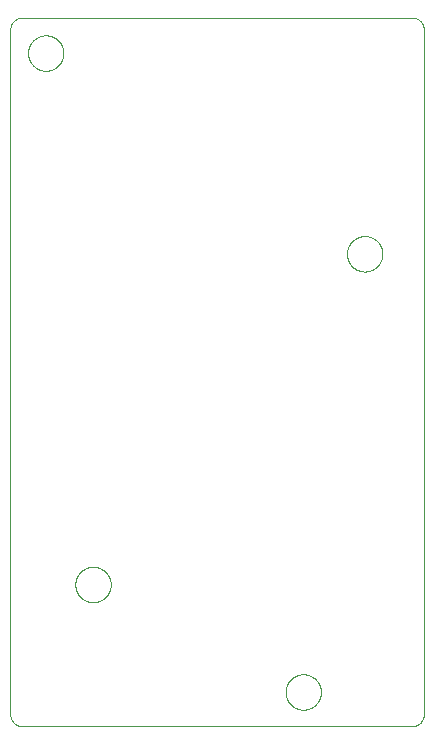
<source format=gbp>
G75*
%MOIN*%
%OFA0B0*%
%FSLAX25Y25*%
%IPPOS*%
%LPD*%
%AMOC8*
5,1,8,0,0,1.08239X$1,22.5*
%
%ADD10C,0.00000*%
D10*
X0007206Y0016861D02*
X0137127Y0016861D01*
X0137251Y0016863D01*
X0137374Y0016869D01*
X0137498Y0016878D01*
X0137620Y0016892D01*
X0137743Y0016909D01*
X0137865Y0016931D01*
X0137986Y0016956D01*
X0138106Y0016985D01*
X0138225Y0017017D01*
X0138344Y0017054D01*
X0138461Y0017094D01*
X0138576Y0017137D01*
X0138691Y0017185D01*
X0138803Y0017236D01*
X0138914Y0017290D01*
X0139024Y0017348D01*
X0139131Y0017409D01*
X0139237Y0017474D01*
X0139340Y0017542D01*
X0139441Y0017613D01*
X0139540Y0017687D01*
X0139637Y0017764D01*
X0139731Y0017845D01*
X0139822Y0017928D01*
X0139911Y0018014D01*
X0139997Y0018103D01*
X0140080Y0018194D01*
X0140161Y0018288D01*
X0140238Y0018385D01*
X0140312Y0018484D01*
X0140383Y0018585D01*
X0140451Y0018688D01*
X0140516Y0018794D01*
X0140577Y0018901D01*
X0140635Y0019011D01*
X0140689Y0019122D01*
X0140740Y0019234D01*
X0140788Y0019349D01*
X0140831Y0019464D01*
X0140871Y0019581D01*
X0140908Y0019700D01*
X0140940Y0019819D01*
X0140969Y0019939D01*
X0140994Y0020060D01*
X0141016Y0020182D01*
X0141033Y0020305D01*
X0141047Y0020427D01*
X0141056Y0020551D01*
X0141062Y0020674D01*
X0141064Y0020798D01*
X0141064Y0249145D01*
X0141062Y0249269D01*
X0141056Y0249392D01*
X0141047Y0249516D01*
X0141033Y0249638D01*
X0141016Y0249761D01*
X0140994Y0249883D01*
X0140969Y0250004D01*
X0140940Y0250124D01*
X0140908Y0250243D01*
X0140871Y0250362D01*
X0140831Y0250479D01*
X0140788Y0250594D01*
X0140740Y0250709D01*
X0140689Y0250821D01*
X0140635Y0250932D01*
X0140577Y0251042D01*
X0140516Y0251149D01*
X0140451Y0251255D01*
X0140383Y0251358D01*
X0140312Y0251459D01*
X0140238Y0251558D01*
X0140161Y0251655D01*
X0140080Y0251749D01*
X0139997Y0251840D01*
X0139911Y0251929D01*
X0139822Y0252015D01*
X0139731Y0252098D01*
X0139637Y0252179D01*
X0139540Y0252256D01*
X0139441Y0252330D01*
X0139340Y0252401D01*
X0139237Y0252469D01*
X0139131Y0252534D01*
X0139024Y0252595D01*
X0138914Y0252653D01*
X0138803Y0252707D01*
X0138691Y0252758D01*
X0138576Y0252806D01*
X0138461Y0252849D01*
X0138344Y0252889D01*
X0138225Y0252926D01*
X0138106Y0252958D01*
X0137986Y0252987D01*
X0137865Y0253012D01*
X0137743Y0253034D01*
X0137620Y0253051D01*
X0137498Y0253065D01*
X0137374Y0253074D01*
X0137251Y0253080D01*
X0137127Y0253082D01*
X0007206Y0253082D01*
X0007082Y0253080D01*
X0006959Y0253074D01*
X0006835Y0253065D01*
X0006713Y0253051D01*
X0006590Y0253034D01*
X0006468Y0253012D01*
X0006347Y0252987D01*
X0006227Y0252958D01*
X0006108Y0252926D01*
X0005989Y0252889D01*
X0005872Y0252849D01*
X0005757Y0252806D01*
X0005642Y0252758D01*
X0005530Y0252707D01*
X0005419Y0252653D01*
X0005309Y0252595D01*
X0005202Y0252534D01*
X0005096Y0252469D01*
X0004993Y0252401D01*
X0004892Y0252330D01*
X0004793Y0252256D01*
X0004696Y0252179D01*
X0004602Y0252098D01*
X0004511Y0252015D01*
X0004422Y0251929D01*
X0004336Y0251840D01*
X0004253Y0251749D01*
X0004172Y0251655D01*
X0004095Y0251558D01*
X0004021Y0251459D01*
X0003950Y0251358D01*
X0003882Y0251255D01*
X0003817Y0251149D01*
X0003756Y0251042D01*
X0003698Y0250932D01*
X0003644Y0250821D01*
X0003593Y0250709D01*
X0003545Y0250594D01*
X0003502Y0250479D01*
X0003462Y0250362D01*
X0003425Y0250243D01*
X0003393Y0250124D01*
X0003364Y0250004D01*
X0003339Y0249883D01*
X0003317Y0249761D01*
X0003300Y0249638D01*
X0003286Y0249516D01*
X0003277Y0249392D01*
X0003271Y0249269D01*
X0003269Y0249145D01*
X0003269Y0020798D01*
X0003271Y0020674D01*
X0003277Y0020551D01*
X0003286Y0020427D01*
X0003300Y0020305D01*
X0003317Y0020182D01*
X0003339Y0020060D01*
X0003364Y0019939D01*
X0003393Y0019819D01*
X0003425Y0019700D01*
X0003462Y0019581D01*
X0003502Y0019464D01*
X0003545Y0019349D01*
X0003593Y0019234D01*
X0003644Y0019122D01*
X0003698Y0019011D01*
X0003756Y0018901D01*
X0003817Y0018794D01*
X0003882Y0018688D01*
X0003950Y0018585D01*
X0004021Y0018484D01*
X0004095Y0018385D01*
X0004172Y0018288D01*
X0004253Y0018194D01*
X0004336Y0018103D01*
X0004422Y0018014D01*
X0004511Y0017928D01*
X0004602Y0017845D01*
X0004696Y0017764D01*
X0004793Y0017687D01*
X0004892Y0017613D01*
X0004993Y0017542D01*
X0005096Y0017474D01*
X0005202Y0017409D01*
X0005309Y0017348D01*
X0005419Y0017290D01*
X0005530Y0017236D01*
X0005642Y0017185D01*
X0005757Y0017137D01*
X0005872Y0017094D01*
X0005989Y0017054D01*
X0006108Y0017017D01*
X0006227Y0016985D01*
X0006347Y0016956D01*
X0006468Y0016931D01*
X0006590Y0016909D01*
X0006713Y0016892D01*
X0006835Y0016878D01*
X0006959Y0016869D01*
X0007082Y0016863D01*
X0007206Y0016861D01*
X0024922Y0064106D02*
X0024924Y0064259D01*
X0024930Y0064413D01*
X0024940Y0064566D01*
X0024954Y0064718D01*
X0024972Y0064871D01*
X0024994Y0065022D01*
X0025019Y0065173D01*
X0025049Y0065324D01*
X0025083Y0065474D01*
X0025120Y0065622D01*
X0025161Y0065770D01*
X0025206Y0065916D01*
X0025255Y0066062D01*
X0025308Y0066206D01*
X0025364Y0066348D01*
X0025424Y0066489D01*
X0025488Y0066629D01*
X0025555Y0066767D01*
X0025626Y0066903D01*
X0025701Y0067037D01*
X0025778Y0067169D01*
X0025860Y0067299D01*
X0025944Y0067427D01*
X0026032Y0067553D01*
X0026123Y0067676D01*
X0026217Y0067797D01*
X0026315Y0067915D01*
X0026415Y0068031D01*
X0026519Y0068144D01*
X0026625Y0068255D01*
X0026734Y0068363D01*
X0026846Y0068468D01*
X0026960Y0068569D01*
X0027078Y0068668D01*
X0027197Y0068764D01*
X0027319Y0068857D01*
X0027444Y0068946D01*
X0027571Y0069033D01*
X0027700Y0069115D01*
X0027831Y0069195D01*
X0027964Y0069271D01*
X0028099Y0069344D01*
X0028236Y0069413D01*
X0028375Y0069478D01*
X0028515Y0069540D01*
X0028657Y0069598D01*
X0028800Y0069653D01*
X0028945Y0069704D01*
X0029091Y0069751D01*
X0029238Y0069794D01*
X0029386Y0069833D01*
X0029535Y0069869D01*
X0029685Y0069900D01*
X0029836Y0069928D01*
X0029987Y0069952D01*
X0030140Y0069972D01*
X0030292Y0069988D01*
X0030445Y0070000D01*
X0030598Y0070008D01*
X0030751Y0070012D01*
X0030905Y0070012D01*
X0031058Y0070008D01*
X0031211Y0070000D01*
X0031364Y0069988D01*
X0031516Y0069972D01*
X0031669Y0069952D01*
X0031820Y0069928D01*
X0031971Y0069900D01*
X0032121Y0069869D01*
X0032270Y0069833D01*
X0032418Y0069794D01*
X0032565Y0069751D01*
X0032711Y0069704D01*
X0032856Y0069653D01*
X0032999Y0069598D01*
X0033141Y0069540D01*
X0033281Y0069478D01*
X0033420Y0069413D01*
X0033557Y0069344D01*
X0033692Y0069271D01*
X0033825Y0069195D01*
X0033956Y0069115D01*
X0034085Y0069033D01*
X0034212Y0068946D01*
X0034337Y0068857D01*
X0034459Y0068764D01*
X0034578Y0068668D01*
X0034696Y0068569D01*
X0034810Y0068468D01*
X0034922Y0068363D01*
X0035031Y0068255D01*
X0035137Y0068144D01*
X0035241Y0068031D01*
X0035341Y0067915D01*
X0035439Y0067797D01*
X0035533Y0067676D01*
X0035624Y0067553D01*
X0035712Y0067427D01*
X0035796Y0067299D01*
X0035878Y0067169D01*
X0035955Y0067037D01*
X0036030Y0066903D01*
X0036101Y0066767D01*
X0036168Y0066629D01*
X0036232Y0066489D01*
X0036292Y0066348D01*
X0036348Y0066206D01*
X0036401Y0066062D01*
X0036450Y0065916D01*
X0036495Y0065770D01*
X0036536Y0065622D01*
X0036573Y0065474D01*
X0036607Y0065324D01*
X0036637Y0065173D01*
X0036662Y0065022D01*
X0036684Y0064871D01*
X0036702Y0064718D01*
X0036716Y0064566D01*
X0036726Y0064413D01*
X0036732Y0064259D01*
X0036734Y0064106D01*
X0036732Y0063953D01*
X0036726Y0063799D01*
X0036716Y0063646D01*
X0036702Y0063494D01*
X0036684Y0063341D01*
X0036662Y0063190D01*
X0036637Y0063039D01*
X0036607Y0062888D01*
X0036573Y0062738D01*
X0036536Y0062590D01*
X0036495Y0062442D01*
X0036450Y0062296D01*
X0036401Y0062150D01*
X0036348Y0062006D01*
X0036292Y0061864D01*
X0036232Y0061723D01*
X0036168Y0061583D01*
X0036101Y0061445D01*
X0036030Y0061309D01*
X0035955Y0061175D01*
X0035878Y0061043D01*
X0035796Y0060913D01*
X0035712Y0060785D01*
X0035624Y0060659D01*
X0035533Y0060536D01*
X0035439Y0060415D01*
X0035341Y0060297D01*
X0035241Y0060181D01*
X0035137Y0060068D01*
X0035031Y0059957D01*
X0034922Y0059849D01*
X0034810Y0059744D01*
X0034696Y0059643D01*
X0034578Y0059544D01*
X0034459Y0059448D01*
X0034337Y0059355D01*
X0034212Y0059266D01*
X0034085Y0059179D01*
X0033956Y0059097D01*
X0033825Y0059017D01*
X0033692Y0058941D01*
X0033557Y0058868D01*
X0033420Y0058799D01*
X0033281Y0058734D01*
X0033141Y0058672D01*
X0032999Y0058614D01*
X0032856Y0058559D01*
X0032711Y0058508D01*
X0032565Y0058461D01*
X0032418Y0058418D01*
X0032270Y0058379D01*
X0032121Y0058343D01*
X0031971Y0058312D01*
X0031820Y0058284D01*
X0031669Y0058260D01*
X0031516Y0058240D01*
X0031364Y0058224D01*
X0031211Y0058212D01*
X0031058Y0058204D01*
X0030905Y0058200D01*
X0030751Y0058200D01*
X0030598Y0058204D01*
X0030445Y0058212D01*
X0030292Y0058224D01*
X0030140Y0058240D01*
X0029987Y0058260D01*
X0029836Y0058284D01*
X0029685Y0058312D01*
X0029535Y0058343D01*
X0029386Y0058379D01*
X0029238Y0058418D01*
X0029091Y0058461D01*
X0028945Y0058508D01*
X0028800Y0058559D01*
X0028657Y0058614D01*
X0028515Y0058672D01*
X0028375Y0058734D01*
X0028236Y0058799D01*
X0028099Y0058868D01*
X0027964Y0058941D01*
X0027831Y0059017D01*
X0027700Y0059097D01*
X0027571Y0059179D01*
X0027444Y0059266D01*
X0027319Y0059355D01*
X0027197Y0059448D01*
X0027078Y0059544D01*
X0026960Y0059643D01*
X0026846Y0059744D01*
X0026734Y0059849D01*
X0026625Y0059957D01*
X0026519Y0060068D01*
X0026415Y0060181D01*
X0026315Y0060297D01*
X0026217Y0060415D01*
X0026123Y0060536D01*
X0026032Y0060659D01*
X0025944Y0060785D01*
X0025860Y0060913D01*
X0025778Y0061043D01*
X0025701Y0061175D01*
X0025626Y0061309D01*
X0025555Y0061445D01*
X0025488Y0061583D01*
X0025424Y0061723D01*
X0025364Y0061864D01*
X0025308Y0062006D01*
X0025255Y0062150D01*
X0025206Y0062296D01*
X0025161Y0062442D01*
X0025120Y0062590D01*
X0025083Y0062738D01*
X0025049Y0062888D01*
X0025019Y0063039D01*
X0024994Y0063190D01*
X0024972Y0063341D01*
X0024954Y0063494D01*
X0024940Y0063646D01*
X0024930Y0063799D01*
X0024924Y0063953D01*
X0024922Y0064106D01*
X0095000Y0028279D02*
X0095002Y0028432D01*
X0095008Y0028586D01*
X0095018Y0028739D01*
X0095032Y0028891D01*
X0095050Y0029044D01*
X0095072Y0029195D01*
X0095097Y0029346D01*
X0095127Y0029497D01*
X0095161Y0029647D01*
X0095198Y0029795D01*
X0095239Y0029943D01*
X0095284Y0030089D01*
X0095333Y0030235D01*
X0095386Y0030379D01*
X0095442Y0030521D01*
X0095502Y0030662D01*
X0095566Y0030802D01*
X0095633Y0030940D01*
X0095704Y0031076D01*
X0095779Y0031210D01*
X0095856Y0031342D01*
X0095938Y0031472D01*
X0096022Y0031600D01*
X0096110Y0031726D01*
X0096201Y0031849D01*
X0096295Y0031970D01*
X0096393Y0032088D01*
X0096493Y0032204D01*
X0096597Y0032317D01*
X0096703Y0032428D01*
X0096812Y0032536D01*
X0096924Y0032641D01*
X0097038Y0032742D01*
X0097156Y0032841D01*
X0097275Y0032937D01*
X0097397Y0033030D01*
X0097522Y0033119D01*
X0097649Y0033206D01*
X0097778Y0033288D01*
X0097909Y0033368D01*
X0098042Y0033444D01*
X0098177Y0033517D01*
X0098314Y0033586D01*
X0098453Y0033651D01*
X0098593Y0033713D01*
X0098735Y0033771D01*
X0098878Y0033826D01*
X0099023Y0033877D01*
X0099169Y0033924D01*
X0099316Y0033967D01*
X0099464Y0034006D01*
X0099613Y0034042D01*
X0099763Y0034073D01*
X0099914Y0034101D01*
X0100065Y0034125D01*
X0100218Y0034145D01*
X0100370Y0034161D01*
X0100523Y0034173D01*
X0100676Y0034181D01*
X0100829Y0034185D01*
X0100983Y0034185D01*
X0101136Y0034181D01*
X0101289Y0034173D01*
X0101442Y0034161D01*
X0101594Y0034145D01*
X0101747Y0034125D01*
X0101898Y0034101D01*
X0102049Y0034073D01*
X0102199Y0034042D01*
X0102348Y0034006D01*
X0102496Y0033967D01*
X0102643Y0033924D01*
X0102789Y0033877D01*
X0102934Y0033826D01*
X0103077Y0033771D01*
X0103219Y0033713D01*
X0103359Y0033651D01*
X0103498Y0033586D01*
X0103635Y0033517D01*
X0103770Y0033444D01*
X0103903Y0033368D01*
X0104034Y0033288D01*
X0104163Y0033206D01*
X0104290Y0033119D01*
X0104415Y0033030D01*
X0104537Y0032937D01*
X0104656Y0032841D01*
X0104774Y0032742D01*
X0104888Y0032641D01*
X0105000Y0032536D01*
X0105109Y0032428D01*
X0105215Y0032317D01*
X0105319Y0032204D01*
X0105419Y0032088D01*
X0105517Y0031970D01*
X0105611Y0031849D01*
X0105702Y0031726D01*
X0105790Y0031600D01*
X0105874Y0031472D01*
X0105956Y0031342D01*
X0106033Y0031210D01*
X0106108Y0031076D01*
X0106179Y0030940D01*
X0106246Y0030802D01*
X0106310Y0030662D01*
X0106370Y0030521D01*
X0106426Y0030379D01*
X0106479Y0030235D01*
X0106528Y0030089D01*
X0106573Y0029943D01*
X0106614Y0029795D01*
X0106651Y0029647D01*
X0106685Y0029497D01*
X0106715Y0029346D01*
X0106740Y0029195D01*
X0106762Y0029044D01*
X0106780Y0028891D01*
X0106794Y0028739D01*
X0106804Y0028586D01*
X0106810Y0028432D01*
X0106812Y0028279D01*
X0106810Y0028126D01*
X0106804Y0027972D01*
X0106794Y0027819D01*
X0106780Y0027667D01*
X0106762Y0027514D01*
X0106740Y0027363D01*
X0106715Y0027212D01*
X0106685Y0027061D01*
X0106651Y0026911D01*
X0106614Y0026763D01*
X0106573Y0026615D01*
X0106528Y0026469D01*
X0106479Y0026323D01*
X0106426Y0026179D01*
X0106370Y0026037D01*
X0106310Y0025896D01*
X0106246Y0025756D01*
X0106179Y0025618D01*
X0106108Y0025482D01*
X0106033Y0025348D01*
X0105956Y0025216D01*
X0105874Y0025086D01*
X0105790Y0024958D01*
X0105702Y0024832D01*
X0105611Y0024709D01*
X0105517Y0024588D01*
X0105419Y0024470D01*
X0105319Y0024354D01*
X0105215Y0024241D01*
X0105109Y0024130D01*
X0105000Y0024022D01*
X0104888Y0023917D01*
X0104774Y0023816D01*
X0104656Y0023717D01*
X0104537Y0023621D01*
X0104415Y0023528D01*
X0104290Y0023439D01*
X0104163Y0023352D01*
X0104034Y0023270D01*
X0103903Y0023190D01*
X0103770Y0023114D01*
X0103635Y0023041D01*
X0103498Y0022972D01*
X0103359Y0022907D01*
X0103219Y0022845D01*
X0103077Y0022787D01*
X0102934Y0022732D01*
X0102789Y0022681D01*
X0102643Y0022634D01*
X0102496Y0022591D01*
X0102348Y0022552D01*
X0102199Y0022516D01*
X0102049Y0022485D01*
X0101898Y0022457D01*
X0101747Y0022433D01*
X0101594Y0022413D01*
X0101442Y0022397D01*
X0101289Y0022385D01*
X0101136Y0022377D01*
X0100983Y0022373D01*
X0100829Y0022373D01*
X0100676Y0022377D01*
X0100523Y0022385D01*
X0100370Y0022397D01*
X0100218Y0022413D01*
X0100065Y0022433D01*
X0099914Y0022457D01*
X0099763Y0022485D01*
X0099613Y0022516D01*
X0099464Y0022552D01*
X0099316Y0022591D01*
X0099169Y0022634D01*
X0099023Y0022681D01*
X0098878Y0022732D01*
X0098735Y0022787D01*
X0098593Y0022845D01*
X0098453Y0022907D01*
X0098314Y0022972D01*
X0098177Y0023041D01*
X0098042Y0023114D01*
X0097909Y0023190D01*
X0097778Y0023270D01*
X0097649Y0023352D01*
X0097522Y0023439D01*
X0097397Y0023528D01*
X0097275Y0023621D01*
X0097156Y0023717D01*
X0097038Y0023816D01*
X0096924Y0023917D01*
X0096812Y0024022D01*
X0096703Y0024130D01*
X0096597Y0024241D01*
X0096493Y0024354D01*
X0096393Y0024470D01*
X0096295Y0024588D01*
X0096201Y0024709D01*
X0096110Y0024832D01*
X0096022Y0024958D01*
X0095938Y0025086D01*
X0095856Y0025216D01*
X0095779Y0025348D01*
X0095704Y0025482D01*
X0095633Y0025618D01*
X0095566Y0025756D01*
X0095502Y0025896D01*
X0095442Y0026037D01*
X0095386Y0026179D01*
X0095333Y0026323D01*
X0095284Y0026469D01*
X0095239Y0026615D01*
X0095198Y0026763D01*
X0095161Y0026911D01*
X0095127Y0027061D01*
X0095097Y0027212D01*
X0095072Y0027363D01*
X0095050Y0027514D01*
X0095032Y0027667D01*
X0095018Y0027819D01*
X0095008Y0027972D01*
X0095002Y0028126D01*
X0095000Y0028279D01*
X0115473Y0174342D02*
X0115475Y0174495D01*
X0115481Y0174649D01*
X0115491Y0174802D01*
X0115505Y0174954D01*
X0115523Y0175107D01*
X0115545Y0175258D01*
X0115570Y0175409D01*
X0115600Y0175560D01*
X0115634Y0175710D01*
X0115671Y0175858D01*
X0115712Y0176006D01*
X0115757Y0176152D01*
X0115806Y0176298D01*
X0115859Y0176442D01*
X0115915Y0176584D01*
X0115975Y0176725D01*
X0116039Y0176865D01*
X0116106Y0177003D01*
X0116177Y0177139D01*
X0116252Y0177273D01*
X0116329Y0177405D01*
X0116411Y0177535D01*
X0116495Y0177663D01*
X0116583Y0177789D01*
X0116674Y0177912D01*
X0116768Y0178033D01*
X0116866Y0178151D01*
X0116966Y0178267D01*
X0117070Y0178380D01*
X0117176Y0178491D01*
X0117285Y0178599D01*
X0117397Y0178704D01*
X0117511Y0178805D01*
X0117629Y0178904D01*
X0117748Y0179000D01*
X0117870Y0179093D01*
X0117995Y0179182D01*
X0118122Y0179269D01*
X0118251Y0179351D01*
X0118382Y0179431D01*
X0118515Y0179507D01*
X0118650Y0179580D01*
X0118787Y0179649D01*
X0118926Y0179714D01*
X0119066Y0179776D01*
X0119208Y0179834D01*
X0119351Y0179889D01*
X0119496Y0179940D01*
X0119642Y0179987D01*
X0119789Y0180030D01*
X0119937Y0180069D01*
X0120086Y0180105D01*
X0120236Y0180136D01*
X0120387Y0180164D01*
X0120538Y0180188D01*
X0120691Y0180208D01*
X0120843Y0180224D01*
X0120996Y0180236D01*
X0121149Y0180244D01*
X0121302Y0180248D01*
X0121456Y0180248D01*
X0121609Y0180244D01*
X0121762Y0180236D01*
X0121915Y0180224D01*
X0122067Y0180208D01*
X0122220Y0180188D01*
X0122371Y0180164D01*
X0122522Y0180136D01*
X0122672Y0180105D01*
X0122821Y0180069D01*
X0122969Y0180030D01*
X0123116Y0179987D01*
X0123262Y0179940D01*
X0123407Y0179889D01*
X0123550Y0179834D01*
X0123692Y0179776D01*
X0123832Y0179714D01*
X0123971Y0179649D01*
X0124108Y0179580D01*
X0124243Y0179507D01*
X0124376Y0179431D01*
X0124507Y0179351D01*
X0124636Y0179269D01*
X0124763Y0179182D01*
X0124888Y0179093D01*
X0125010Y0179000D01*
X0125129Y0178904D01*
X0125247Y0178805D01*
X0125361Y0178704D01*
X0125473Y0178599D01*
X0125582Y0178491D01*
X0125688Y0178380D01*
X0125792Y0178267D01*
X0125892Y0178151D01*
X0125990Y0178033D01*
X0126084Y0177912D01*
X0126175Y0177789D01*
X0126263Y0177663D01*
X0126347Y0177535D01*
X0126429Y0177405D01*
X0126506Y0177273D01*
X0126581Y0177139D01*
X0126652Y0177003D01*
X0126719Y0176865D01*
X0126783Y0176725D01*
X0126843Y0176584D01*
X0126899Y0176442D01*
X0126952Y0176298D01*
X0127001Y0176152D01*
X0127046Y0176006D01*
X0127087Y0175858D01*
X0127124Y0175710D01*
X0127158Y0175560D01*
X0127188Y0175409D01*
X0127213Y0175258D01*
X0127235Y0175107D01*
X0127253Y0174954D01*
X0127267Y0174802D01*
X0127277Y0174649D01*
X0127283Y0174495D01*
X0127285Y0174342D01*
X0127283Y0174189D01*
X0127277Y0174035D01*
X0127267Y0173882D01*
X0127253Y0173730D01*
X0127235Y0173577D01*
X0127213Y0173426D01*
X0127188Y0173275D01*
X0127158Y0173124D01*
X0127124Y0172974D01*
X0127087Y0172826D01*
X0127046Y0172678D01*
X0127001Y0172532D01*
X0126952Y0172386D01*
X0126899Y0172242D01*
X0126843Y0172100D01*
X0126783Y0171959D01*
X0126719Y0171819D01*
X0126652Y0171681D01*
X0126581Y0171545D01*
X0126506Y0171411D01*
X0126429Y0171279D01*
X0126347Y0171149D01*
X0126263Y0171021D01*
X0126175Y0170895D01*
X0126084Y0170772D01*
X0125990Y0170651D01*
X0125892Y0170533D01*
X0125792Y0170417D01*
X0125688Y0170304D01*
X0125582Y0170193D01*
X0125473Y0170085D01*
X0125361Y0169980D01*
X0125247Y0169879D01*
X0125129Y0169780D01*
X0125010Y0169684D01*
X0124888Y0169591D01*
X0124763Y0169502D01*
X0124636Y0169415D01*
X0124507Y0169333D01*
X0124376Y0169253D01*
X0124243Y0169177D01*
X0124108Y0169104D01*
X0123971Y0169035D01*
X0123832Y0168970D01*
X0123692Y0168908D01*
X0123550Y0168850D01*
X0123407Y0168795D01*
X0123262Y0168744D01*
X0123116Y0168697D01*
X0122969Y0168654D01*
X0122821Y0168615D01*
X0122672Y0168579D01*
X0122522Y0168548D01*
X0122371Y0168520D01*
X0122220Y0168496D01*
X0122067Y0168476D01*
X0121915Y0168460D01*
X0121762Y0168448D01*
X0121609Y0168440D01*
X0121456Y0168436D01*
X0121302Y0168436D01*
X0121149Y0168440D01*
X0120996Y0168448D01*
X0120843Y0168460D01*
X0120691Y0168476D01*
X0120538Y0168496D01*
X0120387Y0168520D01*
X0120236Y0168548D01*
X0120086Y0168579D01*
X0119937Y0168615D01*
X0119789Y0168654D01*
X0119642Y0168697D01*
X0119496Y0168744D01*
X0119351Y0168795D01*
X0119208Y0168850D01*
X0119066Y0168908D01*
X0118926Y0168970D01*
X0118787Y0169035D01*
X0118650Y0169104D01*
X0118515Y0169177D01*
X0118382Y0169253D01*
X0118251Y0169333D01*
X0118122Y0169415D01*
X0117995Y0169502D01*
X0117870Y0169591D01*
X0117748Y0169684D01*
X0117629Y0169780D01*
X0117511Y0169879D01*
X0117397Y0169980D01*
X0117285Y0170085D01*
X0117176Y0170193D01*
X0117070Y0170304D01*
X0116966Y0170417D01*
X0116866Y0170533D01*
X0116768Y0170651D01*
X0116674Y0170772D01*
X0116583Y0170895D01*
X0116495Y0171021D01*
X0116411Y0171149D01*
X0116329Y0171279D01*
X0116252Y0171411D01*
X0116177Y0171545D01*
X0116106Y0171681D01*
X0116039Y0171819D01*
X0115975Y0171959D01*
X0115915Y0172100D01*
X0115859Y0172242D01*
X0115806Y0172386D01*
X0115757Y0172532D01*
X0115712Y0172678D01*
X0115671Y0172826D01*
X0115634Y0172974D01*
X0115600Y0173124D01*
X0115570Y0173275D01*
X0115545Y0173426D01*
X0115523Y0173577D01*
X0115505Y0173730D01*
X0115491Y0173882D01*
X0115481Y0174035D01*
X0115475Y0174189D01*
X0115473Y0174342D01*
X0009174Y0241271D02*
X0009176Y0241424D01*
X0009182Y0241578D01*
X0009192Y0241731D01*
X0009206Y0241883D01*
X0009224Y0242036D01*
X0009246Y0242187D01*
X0009271Y0242338D01*
X0009301Y0242489D01*
X0009335Y0242639D01*
X0009372Y0242787D01*
X0009413Y0242935D01*
X0009458Y0243081D01*
X0009507Y0243227D01*
X0009560Y0243371D01*
X0009616Y0243513D01*
X0009676Y0243654D01*
X0009740Y0243794D01*
X0009807Y0243932D01*
X0009878Y0244068D01*
X0009953Y0244202D01*
X0010030Y0244334D01*
X0010112Y0244464D01*
X0010196Y0244592D01*
X0010284Y0244718D01*
X0010375Y0244841D01*
X0010469Y0244962D01*
X0010567Y0245080D01*
X0010667Y0245196D01*
X0010771Y0245309D01*
X0010877Y0245420D01*
X0010986Y0245528D01*
X0011098Y0245633D01*
X0011212Y0245734D01*
X0011330Y0245833D01*
X0011449Y0245929D01*
X0011571Y0246022D01*
X0011696Y0246111D01*
X0011823Y0246198D01*
X0011952Y0246280D01*
X0012083Y0246360D01*
X0012216Y0246436D01*
X0012351Y0246509D01*
X0012488Y0246578D01*
X0012627Y0246643D01*
X0012767Y0246705D01*
X0012909Y0246763D01*
X0013052Y0246818D01*
X0013197Y0246869D01*
X0013343Y0246916D01*
X0013490Y0246959D01*
X0013638Y0246998D01*
X0013787Y0247034D01*
X0013937Y0247065D01*
X0014088Y0247093D01*
X0014239Y0247117D01*
X0014392Y0247137D01*
X0014544Y0247153D01*
X0014697Y0247165D01*
X0014850Y0247173D01*
X0015003Y0247177D01*
X0015157Y0247177D01*
X0015310Y0247173D01*
X0015463Y0247165D01*
X0015616Y0247153D01*
X0015768Y0247137D01*
X0015921Y0247117D01*
X0016072Y0247093D01*
X0016223Y0247065D01*
X0016373Y0247034D01*
X0016522Y0246998D01*
X0016670Y0246959D01*
X0016817Y0246916D01*
X0016963Y0246869D01*
X0017108Y0246818D01*
X0017251Y0246763D01*
X0017393Y0246705D01*
X0017533Y0246643D01*
X0017672Y0246578D01*
X0017809Y0246509D01*
X0017944Y0246436D01*
X0018077Y0246360D01*
X0018208Y0246280D01*
X0018337Y0246198D01*
X0018464Y0246111D01*
X0018589Y0246022D01*
X0018711Y0245929D01*
X0018830Y0245833D01*
X0018948Y0245734D01*
X0019062Y0245633D01*
X0019174Y0245528D01*
X0019283Y0245420D01*
X0019389Y0245309D01*
X0019493Y0245196D01*
X0019593Y0245080D01*
X0019691Y0244962D01*
X0019785Y0244841D01*
X0019876Y0244718D01*
X0019964Y0244592D01*
X0020048Y0244464D01*
X0020130Y0244334D01*
X0020207Y0244202D01*
X0020282Y0244068D01*
X0020353Y0243932D01*
X0020420Y0243794D01*
X0020484Y0243654D01*
X0020544Y0243513D01*
X0020600Y0243371D01*
X0020653Y0243227D01*
X0020702Y0243081D01*
X0020747Y0242935D01*
X0020788Y0242787D01*
X0020825Y0242639D01*
X0020859Y0242489D01*
X0020889Y0242338D01*
X0020914Y0242187D01*
X0020936Y0242036D01*
X0020954Y0241883D01*
X0020968Y0241731D01*
X0020978Y0241578D01*
X0020984Y0241424D01*
X0020986Y0241271D01*
X0020984Y0241118D01*
X0020978Y0240964D01*
X0020968Y0240811D01*
X0020954Y0240659D01*
X0020936Y0240506D01*
X0020914Y0240355D01*
X0020889Y0240204D01*
X0020859Y0240053D01*
X0020825Y0239903D01*
X0020788Y0239755D01*
X0020747Y0239607D01*
X0020702Y0239461D01*
X0020653Y0239315D01*
X0020600Y0239171D01*
X0020544Y0239029D01*
X0020484Y0238888D01*
X0020420Y0238748D01*
X0020353Y0238610D01*
X0020282Y0238474D01*
X0020207Y0238340D01*
X0020130Y0238208D01*
X0020048Y0238078D01*
X0019964Y0237950D01*
X0019876Y0237824D01*
X0019785Y0237701D01*
X0019691Y0237580D01*
X0019593Y0237462D01*
X0019493Y0237346D01*
X0019389Y0237233D01*
X0019283Y0237122D01*
X0019174Y0237014D01*
X0019062Y0236909D01*
X0018948Y0236808D01*
X0018830Y0236709D01*
X0018711Y0236613D01*
X0018589Y0236520D01*
X0018464Y0236431D01*
X0018337Y0236344D01*
X0018208Y0236262D01*
X0018077Y0236182D01*
X0017944Y0236106D01*
X0017809Y0236033D01*
X0017672Y0235964D01*
X0017533Y0235899D01*
X0017393Y0235837D01*
X0017251Y0235779D01*
X0017108Y0235724D01*
X0016963Y0235673D01*
X0016817Y0235626D01*
X0016670Y0235583D01*
X0016522Y0235544D01*
X0016373Y0235508D01*
X0016223Y0235477D01*
X0016072Y0235449D01*
X0015921Y0235425D01*
X0015768Y0235405D01*
X0015616Y0235389D01*
X0015463Y0235377D01*
X0015310Y0235369D01*
X0015157Y0235365D01*
X0015003Y0235365D01*
X0014850Y0235369D01*
X0014697Y0235377D01*
X0014544Y0235389D01*
X0014392Y0235405D01*
X0014239Y0235425D01*
X0014088Y0235449D01*
X0013937Y0235477D01*
X0013787Y0235508D01*
X0013638Y0235544D01*
X0013490Y0235583D01*
X0013343Y0235626D01*
X0013197Y0235673D01*
X0013052Y0235724D01*
X0012909Y0235779D01*
X0012767Y0235837D01*
X0012627Y0235899D01*
X0012488Y0235964D01*
X0012351Y0236033D01*
X0012216Y0236106D01*
X0012083Y0236182D01*
X0011952Y0236262D01*
X0011823Y0236344D01*
X0011696Y0236431D01*
X0011571Y0236520D01*
X0011449Y0236613D01*
X0011330Y0236709D01*
X0011212Y0236808D01*
X0011098Y0236909D01*
X0010986Y0237014D01*
X0010877Y0237122D01*
X0010771Y0237233D01*
X0010667Y0237346D01*
X0010567Y0237462D01*
X0010469Y0237580D01*
X0010375Y0237701D01*
X0010284Y0237824D01*
X0010196Y0237950D01*
X0010112Y0238078D01*
X0010030Y0238208D01*
X0009953Y0238340D01*
X0009878Y0238474D01*
X0009807Y0238610D01*
X0009740Y0238748D01*
X0009676Y0238888D01*
X0009616Y0239029D01*
X0009560Y0239171D01*
X0009507Y0239315D01*
X0009458Y0239461D01*
X0009413Y0239607D01*
X0009372Y0239755D01*
X0009335Y0239903D01*
X0009301Y0240053D01*
X0009271Y0240204D01*
X0009246Y0240355D01*
X0009224Y0240506D01*
X0009206Y0240659D01*
X0009192Y0240811D01*
X0009182Y0240964D01*
X0009176Y0241118D01*
X0009174Y0241271D01*
M02*

</source>
